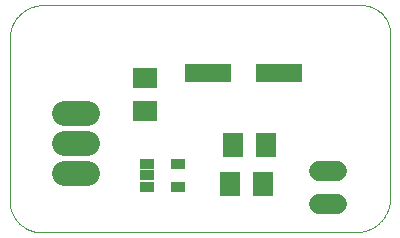
<source format=gts>
G75*
%MOIN*%
%OFA0B0*%
%FSLAX25Y25*%
%IPPOS*%
%LPD*%
%AMOC8*
5,1,8,0,0,1.08239X$1,22.5*
%
%ADD10C,0.00000*%
%ADD11R,0.07099X0.07887*%
%ADD12R,0.04698X0.03517*%
%ADD13C,0.06800*%
%ADD14C,0.08200*%
%ADD15R,0.07887X0.07099*%
%ADD16R,0.15761X0.06312*%
D10*
X0011630Y0001252D02*
X0116327Y0001252D01*
X0116607Y0001255D01*
X0116887Y0001266D01*
X0117167Y0001282D01*
X0117446Y0001306D01*
X0117725Y0001337D01*
X0118002Y0001374D01*
X0118279Y0001417D01*
X0118555Y0001468D01*
X0118829Y0001525D01*
X0119102Y0001589D01*
X0119373Y0001659D01*
X0119642Y0001736D01*
X0119910Y0001819D01*
X0120175Y0001909D01*
X0120438Y0002005D01*
X0120699Y0002108D01*
X0120957Y0002217D01*
X0121213Y0002332D01*
X0121465Y0002453D01*
X0121715Y0002580D01*
X0121961Y0002713D01*
X0122205Y0002852D01*
X0122444Y0002997D01*
X0122681Y0003148D01*
X0122913Y0003304D01*
X0123142Y0003466D01*
X0123366Y0003634D01*
X0123587Y0003806D01*
X0123803Y0003985D01*
X0124015Y0004168D01*
X0124223Y0004356D01*
X0124426Y0004549D01*
X0124624Y0004747D01*
X0124817Y0004950D01*
X0125005Y0005158D01*
X0125188Y0005370D01*
X0125367Y0005586D01*
X0125539Y0005807D01*
X0125707Y0006031D01*
X0125869Y0006260D01*
X0126025Y0006492D01*
X0126176Y0006729D01*
X0126321Y0006968D01*
X0126460Y0007212D01*
X0126593Y0007458D01*
X0126720Y0007708D01*
X0126841Y0007960D01*
X0126956Y0008216D01*
X0127065Y0008474D01*
X0127168Y0008735D01*
X0127264Y0008998D01*
X0127354Y0009263D01*
X0127437Y0009531D01*
X0127514Y0009800D01*
X0127584Y0010071D01*
X0127648Y0010344D01*
X0127705Y0010618D01*
X0127756Y0010894D01*
X0127799Y0011171D01*
X0127836Y0011448D01*
X0127867Y0011727D01*
X0127891Y0012006D01*
X0127907Y0012286D01*
X0127918Y0012566D01*
X0127921Y0012846D01*
X0127921Y0067319D01*
X0127922Y0067319D02*
X0127919Y0067552D01*
X0127911Y0067784D01*
X0127897Y0068017D01*
X0127877Y0068249D01*
X0127852Y0068480D01*
X0127821Y0068711D01*
X0127784Y0068941D01*
X0127743Y0069170D01*
X0127695Y0069398D01*
X0127642Y0069625D01*
X0127584Y0069850D01*
X0127520Y0070074D01*
X0127450Y0070296D01*
X0127376Y0070517D01*
X0127296Y0070735D01*
X0127211Y0070952D01*
X0127120Y0071166D01*
X0127025Y0071379D01*
X0126924Y0071589D01*
X0126818Y0071796D01*
X0126708Y0072001D01*
X0126592Y0072203D01*
X0126472Y0072402D01*
X0126347Y0072599D01*
X0126217Y0072792D01*
X0126082Y0072982D01*
X0125943Y0073168D01*
X0125799Y0073352D01*
X0125651Y0073531D01*
X0125499Y0073708D01*
X0125343Y0073880D01*
X0125182Y0074048D01*
X0125017Y0074213D01*
X0124849Y0074374D01*
X0124677Y0074530D01*
X0124500Y0074682D01*
X0124321Y0074830D01*
X0124137Y0074974D01*
X0123951Y0075113D01*
X0123761Y0075248D01*
X0123568Y0075378D01*
X0123371Y0075503D01*
X0123172Y0075623D01*
X0122970Y0075739D01*
X0122765Y0075849D01*
X0122558Y0075955D01*
X0122348Y0076056D01*
X0122135Y0076151D01*
X0121921Y0076242D01*
X0121704Y0076327D01*
X0121486Y0076407D01*
X0121265Y0076481D01*
X0121043Y0076551D01*
X0120819Y0076615D01*
X0120594Y0076673D01*
X0120367Y0076726D01*
X0120139Y0076774D01*
X0119910Y0076815D01*
X0119680Y0076852D01*
X0119449Y0076883D01*
X0119218Y0076908D01*
X0118986Y0076928D01*
X0118753Y0076942D01*
X0118521Y0076950D01*
X0118288Y0076953D01*
X0012221Y0076953D01*
X0011950Y0076950D01*
X0011679Y0076940D01*
X0011408Y0076924D01*
X0011138Y0076901D01*
X0010868Y0076871D01*
X0010600Y0076835D01*
X0010332Y0076793D01*
X0010065Y0076744D01*
X0009800Y0076689D01*
X0009536Y0076627D01*
X0009273Y0076559D01*
X0009012Y0076484D01*
X0008754Y0076404D01*
X0008497Y0076317D01*
X0008242Y0076224D01*
X0007990Y0076125D01*
X0007740Y0076019D01*
X0007492Y0075908D01*
X0007248Y0075791D01*
X0007006Y0075668D01*
X0006768Y0075539D01*
X0006532Y0075404D01*
X0006300Y0075264D01*
X0006072Y0075118D01*
X0005847Y0074967D01*
X0005625Y0074810D01*
X0005408Y0074648D01*
X0005195Y0074481D01*
X0004985Y0074308D01*
X0004780Y0074131D01*
X0004579Y0073949D01*
X0004383Y0073762D01*
X0004191Y0073570D01*
X0004004Y0073374D01*
X0003822Y0073173D01*
X0003645Y0072968D01*
X0003472Y0072758D01*
X0003305Y0072545D01*
X0003143Y0072328D01*
X0002986Y0072106D01*
X0002835Y0071881D01*
X0002689Y0071653D01*
X0002549Y0071421D01*
X0002414Y0071185D01*
X0002285Y0070947D01*
X0002162Y0070705D01*
X0002045Y0070461D01*
X0001934Y0070213D01*
X0001828Y0069963D01*
X0001729Y0069711D01*
X0001636Y0069456D01*
X0001549Y0069199D01*
X0001469Y0068941D01*
X0001394Y0068680D01*
X0001326Y0068417D01*
X0001264Y0068153D01*
X0001209Y0067888D01*
X0001160Y0067621D01*
X0001118Y0067353D01*
X0001082Y0067085D01*
X0001052Y0066815D01*
X0001029Y0066545D01*
X0001013Y0066274D01*
X0001003Y0066003D01*
X0001000Y0065732D01*
X0001000Y0011882D01*
X0001003Y0011621D01*
X0001013Y0011360D01*
X0001029Y0011100D01*
X0001051Y0010840D01*
X0001080Y0010581D01*
X0001115Y0010322D01*
X0001156Y0010065D01*
X0001204Y0009808D01*
X0001258Y0009553D01*
X0001319Y0009299D01*
X0001385Y0009047D01*
X0001458Y0008796D01*
X0001537Y0008548D01*
X0001621Y0008301D01*
X0001712Y0008056D01*
X0001809Y0007814D01*
X0001912Y0007574D01*
X0002021Y0007337D01*
X0002135Y0007103D01*
X0002255Y0006871D01*
X0002381Y0006642D01*
X0002512Y0006417D01*
X0002649Y0006195D01*
X0002791Y0005976D01*
X0002939Y0005761D01*
X0003092Y0005550D01*
X0003250Y0005342D01*
X0003413Y0005138D01*
X0003581Y0004939D01*
X0003754Y0004743D01*
X0003931Y0004552D01*
X0004113Y0004365D01*
X0004300Y0004183D01*
X0004491Y0004006D01*
X0004687Y0003833D01*
X0004886Y0003665D01*
X0005090Y0003502D01*
X0005298Y0003344D01*
X0005509Y0003191D01*
X0005724Y0003043D01*
X0005943Y0002901D01*
X0006165Y0002764D01*
X0006390Y0002633D01*
X0006619Y0002507D01*
X0006851Y0002387D01*
X0007085Y0002273D01*
X0007322Y0002164D01*
X0007562Y0002061D01*
X0007804Y0001964D01*
X0008049Y0001873D01*
X0008296Y0001789D01*
X0008544Y0001710D01*
X0008795Y0001637D01*
X0009047Y0001571D01*
X0009301Y0001510D01*
X0009556Y0001456D01*
X0009813Y0001408D01*
X0010070Y0001367D01*
X0010329Y0001332D01*
X0010588Y0001303D01*
X0010848Y0001281D01*
X0011108Y0001265D01*
X0011369Y0001255D01*
X0011630Y0001252D01*
D11*
X0074488Y0017252D03*
X0085512Y0017252D03*
X0086512Y0030252D03*
X0075488Y0030252D03*
D12*
X0057118Y0023992D03*
X0046921Y0023992D03*
X0046921Y0020252D03*
X0046921Y0016512D03*
X0057118Y0016512D03*
D13*
X0104000Y0021752D02*
X0110000Y0021752D01*
X0110000Y0010752D02*
X0104000Y0010752D01*
D14*
X0026700Y0021189D02*
X0019300Y0021189D01*
X0019300Y0031189D02*
X0026700Y0031189D01*
X0026700Y0041189D02*
X0019300Y0041189D01*
D15*
X0046000Y0041740D03*
X0046000Y0052764D03*
D16*
X0067189Y0054252D03*
X0090811Y0054252D03*
M02*

</source>
